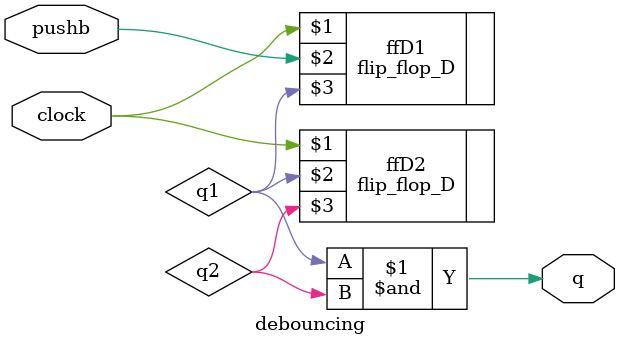
<source format=sv>
module debouncing(input logic clock, pushb, output logic q);

	logic q1, q2;
	
	flip_flop_D #(1) ffD1(clock, pushb, q1);
	flip_flop_D #(1) ffD2(clock, q1, q2);
	
	assign q = q1 & q2;	
	
endmodule 

</source>
